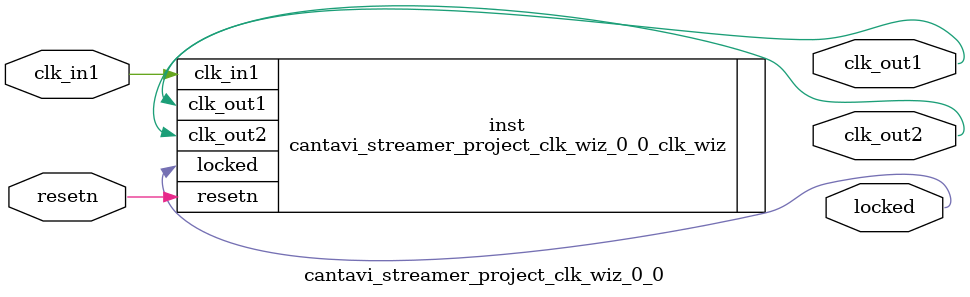
<source format=v>


`timescale 1ps/1ps

(* CORE_GENERATION_INFO = "cantavi_streamer_project_clk_wiz_0_0,clk_wiz_v6_0_2_0_0,{component_name=cantavi_streamer_project_clk_wiz_0_0,use_phase_alignment=true,use_min_o_jitter=false,use_max_i_jitter=false,use_dyn_phase_shift=false,use_inclk_switchover=false,use_dyn_reconfig=false,enable_axi=0,feedback_source=FDBK_AUTO,PRIMITIVE=MMCM,num_out_clk=2,clkin1_period=10.000,clkin2_period=10.000,use_power_down=false,use_reset=true,use_locked=true,use_inclk_stopped=false,feedback_type=SINGLE,CLOCK_MGR_TYPE=NA,manual_override=false}" *)

module cantavi_streamer_project_clk_wiz_0_0 
 (
  // Clock out ports
  output        clk_out1,
  output        clk_out2,
  // Status and control signals
  input         resetn,
  output        locked,
 // Clock in ports
  input         clk_in1
 );

  cantavi_streamer_project_clk_wiz_0_0_clk_wiz inst
  (
  // Clock out ports  
  .clk_out1(clk_out1),
  .clk_out2(clk_out2),
  // Status and control signals               
  .resetn(resetn), 
  .locked(locked),
 // Clock in ports
  .clk_in1(clk_in1)
  );

endmodule

</source>
